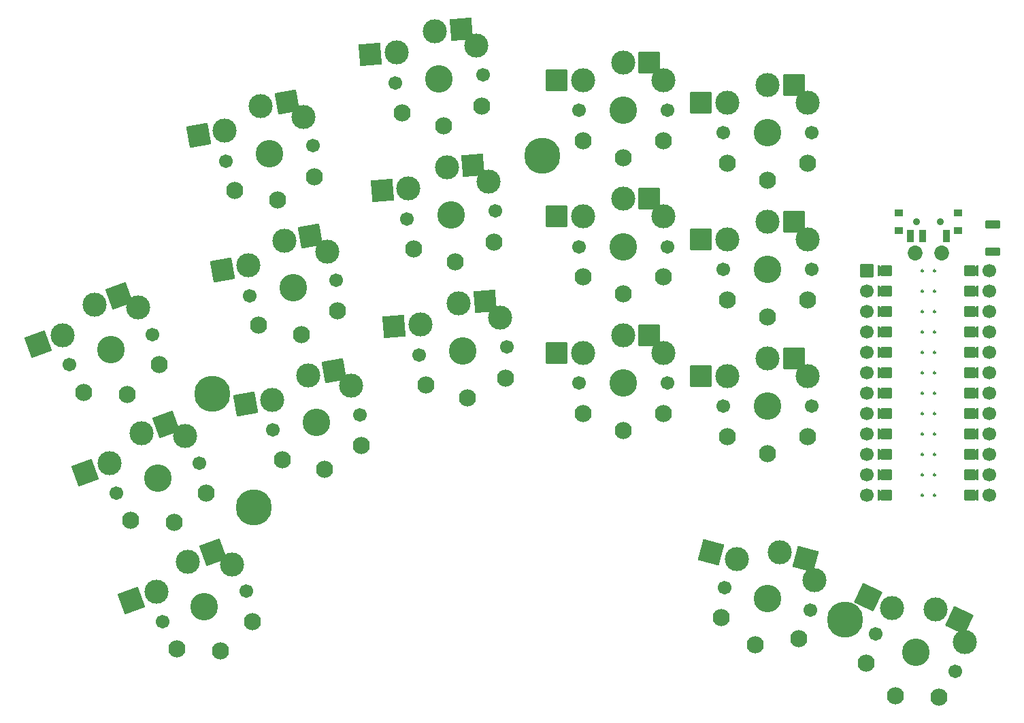
<source format=gbr>
%TF.GenerationSoftware,KiCad,Pcbnew,7.0.2-0*%
%TF.CreationDate,2023-07-16T18:15:17+02:00*%
%TF.ProjectId,lambbt_finished,6c616d62-6274-45f6-9669-6e6973686564,v1.0.0*%
%TF.SameCoordinates,Original*%
%TF.FileFunction,Soldermask,Top*%
%TF.FilePolarity,Negative*%
%FSLAX46Y46*%
G04 Gerber Fmt 4.6, Leading zero omitted, Abs format (unit mm)*
G04 Created by KiCad (PCBNEW 7.0.2-0) date 2023-07-16 18:15:17*
%MOMM*%
%LPD*%
G01*
G04 APERTURE LIST*
G04 Aperture macros list*
%AMRoundRect*
0 Rectangle with rounded corners*
0 $1 Rounding radius*
0 $2 $3 $4 $5 $6 $7 $8 $9 X,Y pos of 4 corners*
0 Add a 4 corners polygon primitive as box body*
4,1,4,$2,$3,$4,$5,$6,$7,$8,$9,$2,$3,0*
0 Add four circle primitives for the rounded corners*
1,1,$1+$1,$2,$3*
1,1,$1+$1,$4,$5*
1,1,$1+$1,$6,$7*
1,1,$1+$1,$8,$9*
0 Add four rect primitives between the rounded corners*
20,1,$1+$1,$2,$3,$4,$5,0*
20,1,$1+$1,$4,$5,$6,$7,0*
20,1,$1+$1,$6,$7,$8,$9,0*
20,1,$1+$1,$8,$9,$2,$3,0*%
%AMFreePoly0*
4,1,14,0.635355,0.435355,0.650000,0.400000,0.650000,0.200000,0.635355,0.164645,0.035355,-0.435355,0.000000,-0.450000,-0.035355,-0.435355,-0.635355,0.164645,-0.650000,0.200000,-0.650000,0.400000,-0.635355,0.435355,-0.600000,0.450000,0.600000,0.450000,0.635355,0.435355,0.635355,0.435355,$1*%
%AMFreePoly1*
4,1,16,0.635355,1.035355,0.650000,1.000000,0.650000,-0.250000,0.635355,-0.285355,0.600000,-0.300000,-0.600000,-0.300000,-0.635355,-0.285355,-0.650000,-0.250000,-0.650000,1.000000,-0.635355,1.035355,-0.600000,1.050000,-0.564645,1.035355,0.000000,0.470710,0.564645,1.035355,0.600000,1.050000,0.635355,1.035355,0.635355,1.035355,$1*%
G04 Aperture macros list end*
%ADD10C,0.250000*%
%ADD11C,0.100000*%
%ADD12C,1.852600*%
%ADD13C,1.701800*%
%ADD14C,3.000000*%
%ADD15C,3.429000*%
%ADD16RoundRect,0.050000X-1.054507X-1.505993X1.505993X-1.054507X1.054507X1.505993X-1.505993X1.054507X0*%
%ADD17C,2.132000*%
%ADD18RoundRect,0.050000X-1.181751X-1.408356X1.408356X-1.181751X1.181751X1.408356X-1.408356X1.181751X0*%
%ADD19RoundRect,0.050000X-1.300000X-1.300000X1.300000X-1.300000X1.300000X1.300000X-1.300000X1.300000X0*%
%ADD20C,0.800000*%
%ADD21C,4.500000*%
%ADD22RoundRect,0.050000X-0.776974X-1.666227X1.666227X-0.776974X0.776974X1.666227X-1.666227X0.776974X0*%
%ADD23C,1.700000*%
%ADD24FreePoly0,270.000000*%
%ADD25FreePoly0,90.000000*%
%ADD26RoundRect,0.050000X-0.800000X0.800000X-0.800000X-0.800000X0.800000X-0.800000X0.800000X0.800000X0*%
%ADD27FreePoly1,270.000000*%
%ADD28FreePoly1,90.000000*%
%ADD29RoundRect,0.050000X-1.727604X-0.628796X0.628796X-1.727604X1.727604X0.628796X-0.628796X1.727604X0*%
%ADD30RoundRect,0.050000X-1.592168X-0.919239X0.919239X-1.592168X1.592168X0.919239X-0.919239X1.592168X0*%
%ADD31RoundRect,0.050000X0.850000X-0.450000X0.850000X0.450000X-0.850000X0.450000X-0.850000X-0.450000X0*%
%ADD32RoundRect,0.050000X0.500000X0.400000X-0.500000X0.400000X-0.500000X-0.400000X0.500000X-0.400000X0*%
%ADD33C,0.900000*%
%ADD34RoundRect,0.050000X0.350000X0.750000X-0.350000X0.750000X-0.350000X-0.750000X0.350000X-0.750000X0*%
G04 APERTURE END LIST*
D10*
%TO.C,MCU1*%
X243168329Y-111393816D02*
G75*
G03*
X243168329Y-111393816I-125000J0D01*
G01*
X241644329Y-111393816D02*
G75*
G03*
X241644329Y-111393816I-125000J0D01*
G01*
X243168329Y-113933816D02*
G75*
G03*
X243168329Y-113933816I-125000J0D01*
G01*
X241644329Y-113933816D02*
G75*
G03*
X241644329Y-113933816I-125000J0D01*
G01*
X243168329Y-116473816D02*
G75*
G03*
X243168329Y-116473816I-125000J0D01*
G01*
X241644329Y-116473816D02*
G75*
G03*
X241644329Y-116473816I-125000J0D01*
G01*
X243168329Y-119013816D02*
G75*
G03*
X243168329Y-119013816I-125000J0D01*
G01*
X241644329Y-119013816D02*
G75*
G03*
X241644329Y-119013816I-125000J0D01*
G01*
X243168329Y-121553816D02*
G75*
G03*
X243168329Y-121553816I-125000J0D01*
G01*
X241644329Y-121553816D02*
G75*
G03*
X241644329Y-121553816I-125000J0D01*
G01*
X243168329Y-124093816D02*
G75*
G03*
X243168329Y-124093816I-125000J0D01*
G01*
X241644329Y-124093816D02*
G75*
G03*
X241644329Y-124093816I-125000J0D01*
G01*
X243168329Y-126633816D02*
G75*
G03*
X243168329Y-126633816I-125000J0D01*
G01*
X241644329Y-126633816D02*
G75*
G03*
X241644329Y-126633816I-125000J0D01*
G01*
X243168329Y-129173816D02*
G75*
G03*
X243168329Y-129173816I-125000J0D01*
G01*
X241644329Y-129173816D02*
G75*
G03*
X241644329Y-129173816I-125000J0D01*
G01*
X243168329Y-131713816D02*
G75*
G03*
X243168329Y-131713816I-125000J0D01*
G01*
X241644329Y-131713816D02*
G75*
G03*
X241644329Y-131713816I-125000J0D01*
G01*
X243168329Y-134253816D02*
G75*
G03*
X243168329Y-134253816I-125000J0D01*
G01*
X241644329Y-134253816D02*
G75*
G03*
X241644329Y-134253816I-125000J0D01*
G01*
X243168329Y-136793816D02*
G75*
G03*
X243168329Y-136793816I-125000J0D01*
G01*
X241644329Y-136793816D02*
G75*
G03*
X241644329Y-136793816I-125000J0D01*
G01*
X243168329Y-139333816D02*
G75*
G03*
X243168329Y-139333816I-125000J0D01*
G01*
X241644329Y-139333816D02*
G75*
G03*
X241644329Y-139333816I-125000J0D01*
G01*
D11*
X237201329Y-111901816D02*
X236185329Y-111901816D01*
X236185329Y-110885816D01*
X237201329Y-110885816D01*
X237201329Y-111901816D01*
G36*
X237201329Y-111901816D02*
G01*
X236185329Y-111901816D01*
X236185329Y-110885816D01*
X237201329Y-110885816D01*
X237201329Y-111901816D01*
G37*
X248377329Y-111901816D02*
X247361329Y-111901816D01*
X247361329Y-110885816D01*
X248377329Y-110885816D01*
X248377329Y-111901816D01*
G36*
X248377329Y-111901816D02*
G01*
X247361329Y-111901816D01*
X247361329Y-110885816D01*
X248377329Y-110885816D01*
X248377329Y-111901816D01*
G37*
X237201329Y-114441816D02*
X236185329Y-114441816D01*
X236185329Y-113425816D01*
X237201329Y-113425816D01*
X237201329Y-114441816D01*
G36*
X237201329Y-114441816D02*
G01*
X236185329Y-114441816D01*
X236185329Y-113425816D01*
X237201329Y-113425816D01*
X237201329Y-114441816D01*
G37*
X248377329Y-114441816D02*
X247361329Y-114441816D01*
X247361329Y-113425816D01*
X248377329Y-113425816D01*
X248377329Y-114441816D01*
G36*
X248377329Y-114441816D02*
G01*
X247361329Y-114441816D01*
X247361329Y-113425816D01*
X248377329Y-113425816D01*
X248377329Y-114441816D01*
G37*
X237201329Y-116981816D02*
X236185329Y-116981816D01*
X236185329Y-115965816D01*
X237201329Y-115965816D01*
X237201329Y-116981816D01*
G36*
X237201329Y-116981816D02*
G01*
X236185329Y-116981816D01*
X236185329Y-115965816D01*
X237201329Y-115965816D01*
X237201329Y-116981816D01*
G37*
X248377329Y-116981816D02*
X247361329Y-116981816D01*
X247361329Y-115965816D01*
X248377329Y-115965816D01*
X248377329Y-116981816D01*
G36*
X248377329Y-116981816D02*
G01*
X247361329Y-116981816D01*
X247361329Y-115965816D01*
X248377329Y-115965816D01*
X248377329Y-116981816D01*
G37*
X237201329Y-119521816D02*
X236185329Y-119521816D01*
X236185329Y-118505816D01*
X237201329Y-118505816D01*
X237201329Y-119521816D01*
G36*
X237201329Y-119521816D02*
G01*
X236185329Y-119521816D01*
X236185329Y-118505816D01*
X237201329Y-118505816D01*
X237201329Y-119521816D01*
G37*
X248377329Y-119521816D02*
X247361329Y-119521816D01*
X247361329Y-118505816D01*
X248377329Y-118505816D01*
X248377329Y-119521816D01*
G36*
X248377329Y-119521816D02*
G01*
X247361329Y-119521816D01*
X247361329Y-118505816D01*
X248377329Y-118505816D01*
X248377329Y-119521816D01*
G37*
X237201329Y-122061816D02*
X236185329Y-122061816D01*
X236185329Y-121045816D01*
X237201329Y-121045816D01*
X237201329Y-122061816D01*
G36*
X237201329Y-122061816D02*
G01*
X236185329Y-122061816D01*
X236185329Y-121045816D01*
X237201329Y-121045816D01*
X237201329Y-122061816D01*
G37*
X248377329Y-122061816D02*
X247361329Y-122061816D01*
X247361329Y-121045816D01*
X248377329Y-121045816D01*
X248377329Y-122061816D01*
G36*
X248377329Y-122061816D02*
G01*
X247361329Y-122061816D01*
X247361329Y-121045816D01*
X248377329Y-121045816D01*
X248377329Y-122061816D01*
G37*
X237201329Y-124601816D02*
X236185329Y-124601816D01*
X236185329Y-123585816D01*
X237201329Y-123585816D01*
X237201329Y-124601816D01*
G36*
X237201329Y-124601816D02*
G01*
X236185329Y-124601816D01*
X236185329Y-123585816D01*
X237201329Y-123585816D01*
X237201329Y-124601816D01*
G37*
X248377329Y-124601816D02*
X247361329Y-124601816D01*
X247361329Y-123585816D01*
X248377329Y-123585816D01*
X248377329Y-124601816D01*
G36*
X248377329Y-124601816D02*
G01*
X247361329Y-124601816D01*
X247361329Y-123585816D01*
X248377329Y-123585816D01*
X248377329Y-124601816D01*
G37*
X237201329Y-127141816D02*
X236185329Y-127141816D01*
X236185329Y-126125816D01*
X237201329Y-126125816D01*
X237201329Y-127141816D01*
G36*
X237201329Y-127141816D02*
G01*
X236185329Y-127141816D01*
X236185329Y-126125816D01*
X237201329Y-126125816D01*
X237201329Y-127141816D01*
G37*
X248377329Y-127141816D02*
X247361329Y-127141816D01*
X247361329Y-126125816D01*
X248377329Y-126125816D01*
X248377329Y-127141816D01*
G36*
X248377329Y-127141816D02*
G01*
X247361329Y-127141816D01*
X247361329Y-126125816D01*
X248377329Y-126125816D01*
X248377329Y-127141816D01*
G37*
X237201329Y-129681816D02*
X236185329Y-129681816D01*
X236185329Y-128665816D01*
X237201329Y-128665816D01*
X237201329Y-129681816D01*
G36*
X237201329Y-129681816D02*
G01*
X236185329Y-129681816D01*
X236185329Y-128665816D01*
X237201329Y-128665816D01*
X237201329Y-129681816D01*
G37*
X248377329Y-129681816D02*
X247361329Y-129681816D01*
X247361329Y-128665816D01*
X248377329Y-128665816D01*
X248377329Y-129681816D01*
G36*
X248377329Y-129681816D02*
G01*
X247361329Y-129681816D01*
X247361329Y-128665816D01*
X248377329Y-128665816D01*
X248377329Y-129681816D01*
G37*
X237201329Y-132221816D02*
X236185329Y-132221816D01*
X236185329Y-131205816D01*
X237201329Y-131205816D01*
X237201329Y-132221816D01*
G36*
X237201329Y-132221816D02*
G01*
X236185329Y-132221816D01*
X236185329Y-131205816D01*
X237201329Y-131205816D01*
X237201329Y-132221816D01*
G37*
X248377329Y-132221816D02*
X247361329Y-132221816D01*
X247361329Y-131205816D01*
X248377329Y-131205816D01*
X248377329Y-132221816D01*
G36*
X248377329Y-132221816D02*
G01*
X247361329Y-132221816D01*
X247361329Y-131205816D01*
X248377329Y-131205816D01*
X248377329Y-132221816D01*
G37*
X237201329Y-134761816D02*
X236185329Y-134761816D01*
X236185329Y-133745816D01*
X237201329Y-133745816D01*
X237201329Y-134761816D01*
G36*
X237201329Y-134761816D02*
G01*
X236185329Y-134761816D01*
X236185329Y-133745816D01*
X237201329Y-133745816D01*
X237201329Y-134761816D01*
G37*
X248377329Y-134761816D02*
X247361329Y-134761816D01*
X247361329Y-133745816D01*
X248377329Y-133745816D01*
X248377329Y-134761816D01*
G36*
X248377329Y-134761816D02*
G01*
X247361329Y-134761816D01*
X247361329Y-133745816D01*
X248377329Y-133745816D01*
X248377329Y-134761816D01*
G37*
X237201329Y-137301816D02*
X236185329Y-137301816D01*
X236185329Y-136285816D01*
X237201329Y-136285816D01*
X237201329Y-137301816D01*
G36*
X237201329Y-137301816D02*
G01*
X236185329Y-137301816D01*
X236185329Y-136285816D01*
X237201329Y-136285816D01*
X237201329Y-137301816D01*
G37*
X248377329Y-137301816D02*
X247361329Y-137301816D01*
X247361329Y-136285816D01*
X248377329Y-136285816D01*
X248377329Y-137301816D01*
G36*
X248377329Y-137301816D02*
G01*
X247361329Y-137301816D01*
X247361329Y-136285816D01*
X248377329Y-136285816D01*
X248377329Y-137301816D01*
G37*
X237201329Y-139841816D02*
X236185329Y-139841816D01*
X236185329Y-138825816D01*
X237201329Y-138825816D01*
X237201329Y-139841816D01*
G36*
X237201329Y-139841816D02*
G01*
X236185329Y-139841816D01*
X236185329Y-138825816D01*
X237201329Y-138825816D01*
X237201329Y-139841816D01*
G37*
X248377329Y-139841816D02*
X247361329Y-139841816D01*
X247361329Y-138825816D01*
X248377329Y-138825816D01*
X248377329Y-139841816D01*
G36*
X248377329Y-139841816D02*
G01*
X247361329Y-139841816D01*
X247361329Y-138825816D01*
X248377329Y-138825816D01*
X248377329Y-139841816D01*
G37*
%TD*%
D12*
%TO.C,*%
X240661329Y-109213818D03*
X243901329Y-109213818D03*
%TD*%
D13*
%TO.C,S6*%
X154840907Y-97740295D03*
D14*
X154682131Y-93960442D03*
X159224143Y-90925624D03*
X159224143Y-90925624D03*
D15*
X160257350Y-96785230D03*
D14*
X164530208Y-92223960D03*
D13*
X165673793Y-95830165D03*
D16*
X162449389Y-90356926D03*
X151456885Y-94529140D03*
%TD*%
D13*
%TO.C,S30*%
X227781329Y-128213815D03*
D15*
X222281329Y-128213815D03*
D13*
X216781329Y-128213815D03*
D17*
X227281329Y-132013815D03*
X217281329Y-132013815D03*
X222281329Y-134113815D03*
X222281329Y-134113815D03*
%TD*%
D13*
%TO.C,S20*%
X145738566Y-119336127D03*
D15*
X140570257Y-121217238D03*
D13*
X135401948Y-123098349D03*
D17*
X146568397Y-123077969D03*
X137171470Y-126498171D03*
X142588176Y-126761424D03*
X142588176Y-126761424D03*
%TD*%
D13*
%TO.C,S9*%
X175931930Y-87977608D03*
D14*
X176103193Y-84198300D03*
X180892424Y-81570893D03*
X180892424Y-81570893D03*
D15*
X181411001Y-87498251D03*
D14*
X186065140Y-83326742D03*
D13*
X186890072Y-87018894D03*
D18*
X184154962Y-81285457D03*
X172840656Y-84483735D03*
%TD*%
D13*
%TO.C,S7*%
X178895223Y-121848231D03*
D14*
X179066486Y-118068923D03*
X183855717Y-115441516D03*
X183855717Y-115441516D03*
D15*
X184374294Y-121368874D03*
D14*
X189028433Y-117197365D03*
D13*
X189853365Y-120889517D03*
D18*
X187118255Y-115156080D03*
X175803949Y-118354358D03*
%TD*%
D13*
%TO.C,S10*%
X198781329Y-125380484D03*
D14*
X199281329Y-121630484D03*
X204281329Y-119430484D03*
X204281329Y-119430484D03*
D15*
X204281329Y-125380484D03*
D14*
X209281329Y-121630484D03*
D13*
X209781329Y-125380484D03*
D19*
X207556329Y-119430484D03*
X196006329Y-121630484D03*
%TD*%
D13*
%TO.C,S29*%
X209781331Y-91380481D03*
D15*
X204281331Y-91380481D03*
D13*
X198781331Y-91380481D03*
D17*
X209281331Y-95180481D03*
X199281331Y-95180481D03*
X204281331Y-97280481D03*
X204281331Y-97280481D03*
%TD*%
D20*
%TO.C,_5*%
X156796183Y-141383842D03*
X156851268Y-140122189D03*
X157649356Y-142314917D03*
X157782343Y-139269016D03*
D21*
X158346676Y-140819509D03*
D20*
X158911009Y-142370002D03*
X159043996Y-139324101D03*
X159842084Y-141516829D03*
X159897169Y-140255176D03*
%TD*%
D13*
%TO.C,S15*%
X216781330Y-94213820D03*
D14*
X217281330Y-90463820D03*
X222281330Y-88263820D03*
X222281330Y-88263820D03*
D15*
X222281330Y-94213820D03*
D14*
X227281330Y-90463820D03*
D13*
X227781330Y-94213820D03*
D19*
X225556330Y-88263820D03*
X214006330Y-90463820D03*
%TD*%
D13*
%TO.C,S1*%
X147030634Y-155047900D03*
D14*
X146217904Y-151353042D03*
X150163923Y-147575618D03*
X150163923Y-147575618D03*
D15*
X152198943Y-153166789D03*
D14*
X155614831Y-147932841D03*
D13*
X157367252Y-151285678D03*
D22*
X153241416Y-146455502D03*
X143140411Y-152473158D03*
%TD*%
D23*
%TO.C,MCU1*%
X249901329Y-111393816D03*
D24*
X248123329Y-111393816D03*
D25*
X236439329Y-111393816D03*
D23*
X234661329Y-111393816D03*
D26*
X234661329Y-111393816D03*
D23*
X249901329Y-113933816D03*
D24*
X248123329Y-113933816D03*
D25*
X236439329Y-113933816D03*
D23*
X234661329Y-113933816D03*
X249901329Y-116473816D03*
D24*
X248123329Y-116473816D03*
D25*
X236439329Y-116473816D03*
D23*
X234661329Y-116473816D03*
X249901329Y-119013816D03*
D24*
X248123329Y-119013816D03*
D25*
X236439329Y-119013816D03*
D23*
X234661329Y-119013816D03*
X249901329Y-121553816D03*
D24*
X248123329Y-121553816D03*
D25*
X236439329Y-121553816D03*
D23*
X234661329Y-121553816D03*
X249901329Y-124093816D03*
D24*
X248123329Y-124093816D03*
D25*
X236439329Y-124093816D03*
D23*
X234661329Y-124093816D03*
X249901329Y-126633816D03*
D24*
X248123329Y-126633816D03*
D25*
X236439329Y-126633816D03*
D23*
X234661329Y-126633816D03*
X249901329Y-129173816D03*
D24*
X248123329Y-129173816D03*
D25*
X236439329Y-129173816D03*
D23*
X234661329Y-129173816D03*
X249901329Y-131713816D03*
D24*
X248123329Y-131713816D03*
D25*
X236439329Y-131713816D03*
D23*
X234661329Y-131713816D03*
X249901329Y-134253816D03*
D24*
X248123329Y-134253816D03*
D25*
X236439329Y-134253816D03*
D23*
X234661329Y-134253816D03*
X249901329Y-136793816D03*
D24*
X248123329Y-136793816D03*
D25*
X236439329Y-136793816D03*
D23*
X234661329Y-136793816D03*
X249901329Y-139333816D03*
D24*
X248123329Y-139333816D03*
D25*
X236439329Y-139333816D03*
D23*
X234661329Y-139333816D03*
D27*
X247107329Y-111393816D03*
X247107329Y-113933816D03*
X247107329Y-116473816D03*
X247107329Y-119013816D03*
X247107329Y-121553816D03*
X247107329Y-124093816D03*
X247107329Y-126633816D03*
X247107329Y-129173816D03*
X247107329Y-131713816D03*
X247107329Y-134253816D03*
X247107329Y-136793816D03*
X247107329Y-139333816D03*
D28*
X237455329Y-139333816D03*
X237455329Y-136793816D03*
X237455329Y-134253816D03*
X237455329Y-131713816D03*
X237455329Y-129173816D03*
X237455329Y-126633816D03*
X237455329Y-124093816D03*
X237455329Y-121553816D03*
X237455329Y-119013816D03*
X237455329Y-116473816D03*
X237455329Y-113933816D03*
X237455329Y-111393816D03*
%TD*%
D13*
%TO.C,S14*%
X216781329Y-111213815D03*
D14*
X217281329Y-107463815D03*
X222281329Y-105263815D03*
X222281329Y-105263815D03*
D15*
X222281329Y-111213815D03*
D14*
X227281329Y-107463815D03*
D13*
X227781329Y-111213815D03*
D19*
X225556329Y-105263815D03*
X214006329Y-107463815D03*
%TD*%
D20*
%TO.C,_7*%
X230346806Y-154374956D03*
X231115584Y-153373065D03*
X230511642Y-155627007D03*
X232367635Y-153208229D03*
D21*
X231940584Y-154802007D03*
D20*
X231513533Y-156395785D03*
X233369526Y-153977007D03*
X232765584Y-156230949D03*
X233534362Y-155229058D03*
%TD*%
D13*
%TO.C,S18*%
X157367252Y-151285678D03*
D15*
X152198943Y-153166789D03*
D13*
X147030634Y-155047900D03*
D17*
X158197083Y-155027520D03*
X148800156Y-158447722D03*
X154216862Y-158710975D03*
X154216862Y-158710975D03*
%TD*%
D20*
%TO.C,_6*%
X192631331Y-97080482D03*
X193114605Y-95913756D03*
X193114605Y-98247208D03*
X194281331Y-95430482D03*
D21*
X194281331Y-97080482D03*
D20*
X194281331Y-98730482D03*
X195448057Y-95913756D03*
X195448057Y-98247208D03*
X195931331Y-97080482D03*
%TD*%
D13*
%TO.C,S17*%
X235702831Y-156588721D03*
D14*
X237740804Y-153401375D03*
X243202103Y-153520590D03*
X243202103Y-153520590D03*
D15*
X240687524Y-158913121D03*
D14*
X246803881Y-157627558D03*
D13*
X245672217Y-161237521D03*
D29*
X246170261Y-154904664D03*
X234772646Y-152017301D03*
%TD*%
D13*
%TO.C,S33*%
X227593923Y-153637319D03*
D15*
X222281331Y-152213814D03*
D13*
X216968739Y-150790309D03*
D17*
X226127448Y-157178427D03*
X216468189Y-154590237D03*
X220754299Y-157912776D03*
X220754299Y-157912776D03*
%TD*%
D13*
%TO.C,S16*%
X216968739Y-150790309D03*
D14*
X218422273Y-147297497D03*
X223821304Y-146466555D03*
X223821304Y-146466555D03*
D15*
X222281331Y-152213814D03*
D14*
X228081532Y-149885687D03*
D13*
X227593923Y-153637319D03*
D30*
X226984711Y-147314188D03*
X215258866Y-146449865D03*
%TD*%
D13*
%TO.C,S27*%
X209781329Y-125380484D03*
D15*
X204281329Y-125380484D03*
D13*
X198781329Y-125380484D03*
D17*
X209281329Y-129180484D03*
X199281329Y-129180484D03*
X204281329Y-131280484D03*
X204281329Y-131280484D03*
%TD*%
D13*
%TO.C,S5*%
X157792927Y-114482026D03*
D14*
X157634151Y-110702173D03*
X162176163Y-107667355D03*
X162176163Y-107667355D03*
D15*
X163209370Y-113526961D03*
D14*
X167482228Y-108965691D03*
D13*
X168625813Y-112571896D03*
D16*
X165401409Y-107098657D03*
X154408905Y-111270871D03*
%TD*%
D13*
%TO.C,S13*%
X216781329Y-128213815D03*
D14*
X217281329Y-124463815D03*
X222281329Y-122263815D03*
X222281329Y-122263815D03*
D15*
X222281329Y-128213815D03*
D14*
X227281329Y-124463815D03*
D13*
X227781329Y-128213815D03*
D19*
X225556329Y-122263815D03*
X214006329Y-124463815D03*
%TD*%
D13*
%TO.C,S2*%
X141216291Y-139073124D03*
D14*
X140403561Y-135378266D03*
X144349580Y-131600842D03*
X144349580Y-131600842D03*
D15*
X146384600Y-137192013D03*
D14*
X149800488Y-131958065D03*
D13*
X151552909Y-135310902D03*
D22*
X147427073Y-130480726D03*
X137326068Y-136498382D03*
%TD*%
D13*
%TO.C,S4*%
X160744944Y-131223759D03*
D14*
X160586168Y-127443906D03*
X165128180Y-124409088D03*
X165128180Y-124409088D03*
D15*
X166161387Y-130268694D03*
D14*
X170434245Y-125707424D03*
D13*
X171577830Y-129313629D03*
D16*
X168353426Y-123840390D03*
X157360922Y-128012604D03*
%TD*%
D13*
%TO.C,S24*%
X189853365Y-120889517D03*
D15*
X184374294Y-121368874D03*
D13*
X178895223Y-121848231D03*
D17*
X189686459Y-124718635D03*
X179724512Y-125590193D03*
X184888513Y-127246423D03*
X184888513Y-127246423D03*
%TD*%
D13*
%TO.C,S23*%
X165673793Y-95830165D03*
D15*
X160257350Y-96785230D03*
D13*
X154840907Y-97740295D03*
D17*
X165841252Y-99659259D03*
X155993174Y-101395740D03*
X161281874Y-102595596D03*
X161281874Y-102595596D03*
%TD*%
D13*
%TO.C,S34*%
X245672217Y-161237521D03*
D15*
X240687524Y-158913121D03*
D13*
X235702831Y-156588721D03*
D17*
X243613114Y-164470182D03*
X234550036Y-160243999D03*
X238194076Y-164260337D03*
X238194076Y-164260337D03*
%TD*%
D31*
%TO.C,*%
X250281330Y-105613817D03*
X250281330Y-109013817D03*
%TD*%
D13*
%TO.C,S21*%
X171577830Y-129313629D03*
D15*
X166161387Y-130268694D03*
D13*
X160744944Y-131223759D03*
D17*
X171745289Y-133142723D03*
X161897211Y-134879204D03*
X167185911Y-136079060D03*
X167185911Y-136079060D03*
%TD*%
D20*
%TO.C,_4*%
X151665882Y-127288452D03*
X151720967Y-126026799D03*
X152519055Y-128219527D03*
X152652042Y-125173626D03*
D21*
X153216375Y-126724119D03*
D20*
X153780708Y-128274612D03*
X153913695Y-125228711D03*
X154711783Y-127421439D03*
X154766868Y-126159786D03*
%TD*%
D13*
%TO.C,S31*%
X227781329Y-111213815D03*
D15*
X222281329Y-111213815D03*
D13*
X216781329Y-111213815D03*
D17*
X227281329Y-115013815D03*
X217281329Y-115013815D03*
X222281329Y-117113815D03*
X222281329Y-117113815D03*
%TD*%
D13*
%TO.C,S26*%
X186890072Y-87018894D03*
D15*
X181411001Y-87498251D03*
D13*
X175931930Y-87977608D03*
D17*
X186723166Y-90848012D03*
X176761219Y-91719570D03*
X181925220Y-93375800D03*
X181925220Y-93375800D03*
%TD*%
D13*
%TO.C,S22*%
X168625813Y-112571896D03*
D15*
X163209370Y-113526961D03*
D13*
X157792927Y-114482026D03*
D17*
X168793272Y-116400990D03*
X158945194Y-118137471D03*
X164233894Y-119337327D03*
X164233894Y-119337327D03*
%TD*%
D13*
%TO.C,S12*%
X198781331Y-91380481D03*
D14*
X199281331Y-87630481D03*
X204281331Y-85430481D03*
X204281331Y-85430481D03*
D15*
X204281331Y-91380481D03*
D14*
X209281331Y-87630481D03*
D13*
X209781331Y-91380481D03*
D19*
X207556331Y-85430481D03*
X196006331Y-87630481D03*
%TD*%
D13*
%TO.C,S25*%
X188371719Y-103954207D03*
D15*
X182892648Y-104433564D03*
D13*
X177413577Y-104912921D03*
D17*
X188204813Y-107783325D03*
X178242866Y-108654883D03*
X183406867Y-110311113D03*
X183406867Y-110311113D03*
%TD*%
D13*
%TO.C,S8*%
X177413577Y-104912921D03*
D14*
X177584840Y-101133613D03*
X182374071Y-98506206D03*
X182374071Y-98506206D03*
D15*
X182892648Y-104433564D03*
D14*
X187546787Y-100262055D03*
D13*
X188371719Y-103954207D03*
D18*
X185636609Y-98220770D03*
X174322303Y-101419048D03*
%TD*%
D13*
%TO.C,S28*%
X209781328Y-108380481D03*
D15*
X204281328Y-108380481D03*
D13*
X198781328Y-108380481D03*
D17*
X209281328Y-112180481D03*
X199281328Y-112180481D03*
X204281328Y-114280481D03*
X204281328Y-114280481D03*
%TD*%
D13*
%TO.C,S32*%
X227781330Y-94213820D03*
D15*
X222281330Y-94213820D03*
D13*
X216781330Y-94213820D03*
D17*
X227281330Y-98013820D03*
X217281330Y-98013820D03*
X222281330Y-100113820D03*
X222281330Y-100113820D03*
%TD*%
D13*
%TO.C,S19*%
X151552909Y-135310902D03*
D15*
X146384600Y-137192013D03*
D13*
X141216291Y-139073124D03*
D17*
X152382740Y-139052744D03*
X142985813Y-142472946D03*
X148402519Y-142736199D03*
X148402519Y-142736199D03*
%TD*%
D13*
%TO.C,S11*%
X198781328Y-108380481D03*
D14*
X199281328Y-104630481D03*
X204281328Y-102430481D03*
X204281328Y-102430481D03*
D15*
X204281328Y-108380481D03*
D14*
X209281328Y-104630481D03*
D13*
X209781328Y-108380481D03*
D19*
X207556328Y-102430481D03*
X196006328Y-104630481D03*
%TD*%
D13*
%TO.C,S3*%
X135401948Y-123098349D03*
D14*
X134589218Y-119403491D03*
X138535237Y-115626067D03*
X138535237Y-115626067D03*
D15*
X140570257Y-121217238D03*
D14*
X143986145Y-115983290D03*
D13*
X145738566Y-119336127D03*
D22*
X141612730Y-114505951D03*
X131511725Y-120523607D03*
%TD*%
D32*
%TO.C,*%
X245931331Y-106383818D03*
X245931331Y-104173818D03*
D33*
X243781331Y-105273818D03*
X243781331Y-105273818D03*
X240781331Y-105273818D03*
X240781331Y-105273818D03*
D32*
X238631331Y-106383818D03*
X238631331Y-104173818D03*
D34*
X244531331Y-107033818D03*
X241531331Y-107033818D03*
X240031331Y-107033818D03*
%TD*%
M02*

</source>
